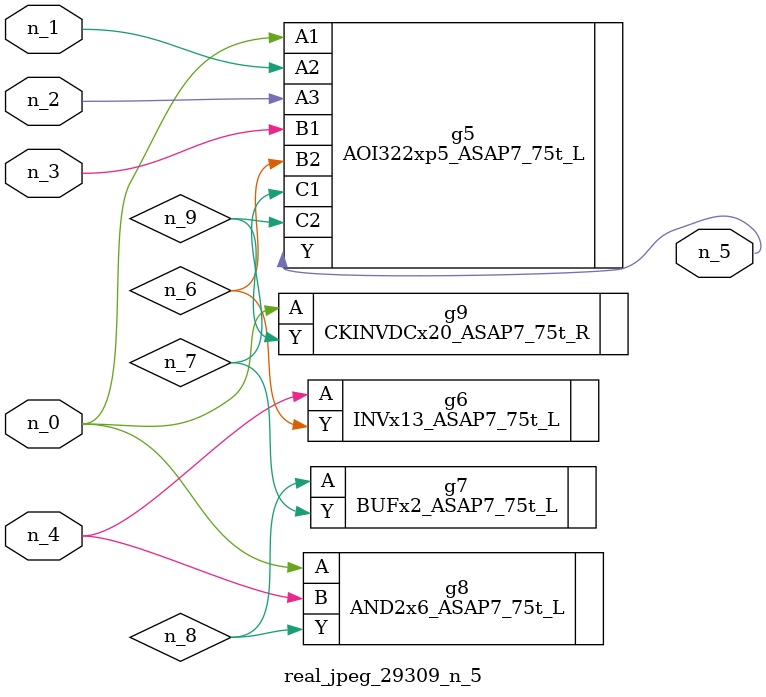
<source format=v>
module real_jpeg_29309_n_5 (n_4, n_0, n_1, n_2, n_3, n_5);

input n_4;
input n_0;
input n_1;
input n_2;
input n_3;

output n_5;

wire n_8;
wire n_6;
wire n_7;
wire n_9;

AOI322xp5_ASAP7_75t_L g5 ( 
.A1(n_0),
.A2(n_1),
.A3(n_2),
.B1(n_3),
.B2(n_6),
.C1(n_7),
.C2(n_9),
.Y(n_5)
);

AND2x6_ASAP7_75t_L g8 ( 
.A(n_0),
.B(n_4),
.Y(n_8)
);

CKINVDCx20_ASAP7_75t_R g9 ( 
.A(n_0),
.Y(n_9)
);

INVx13_ASAP7_75t_L g6 ( 
.A(n_4),
.Y(n_6)
);

BUFx2_ASAP7_75t_L g7 ( 
.A(n_8),
.Y(n_7)
);


endmodule
</source>
